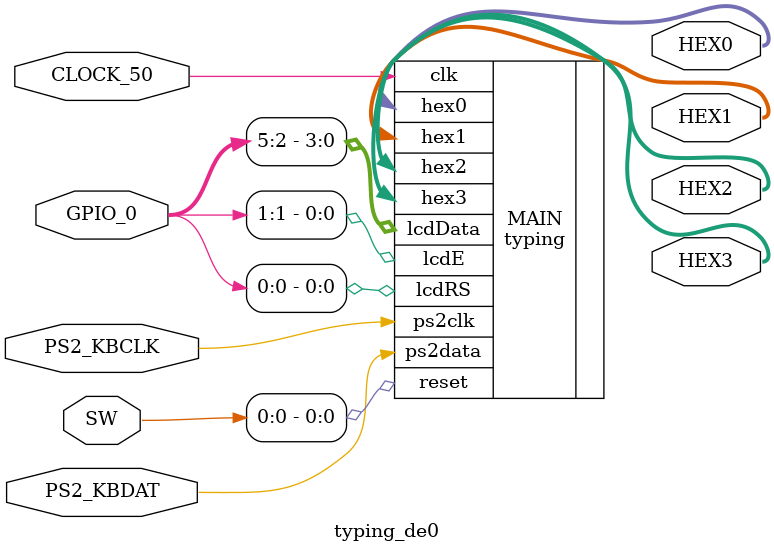
<source format=sv>
module typing_de0(input CLOCK_50, input[9:0] SW,
	inout PS2_KBCLK, inout PS2_KBDAT, inout[31:0] GPIO_0,
	output[7:0] HEX0, output[7:0] HEX1,
	output[7:0] HEX2, output[7:0] HEX3
);
typing MAIN (.reset(SW[0]),.clk(CLOCK_50),
	.lcdData(GPIO_0[5:2]),.lcdE(GPIO_0[1]),.lcdRS(GPIO_0[0]),
	.ps2clk(PS2_KBCLK),.ps2data(PS2_KBDAT),
	.hex0(HEX0), .hex1(HEX1), .hex2(HEX2), .hex3(HEX3)
);
endmodule

</source>
